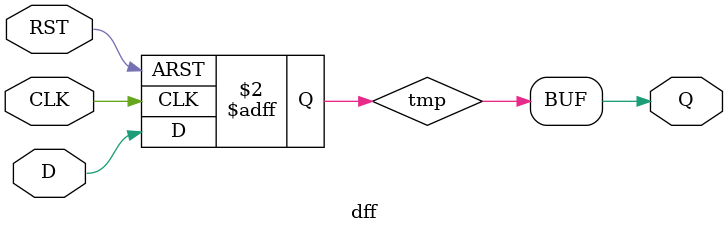
<source format=v>
module dff ( D, Q, CLK, RST );
  input D, CLK, RST;
  output Q;

  reg tmp;
  always @( posedge RST or posedge CLK)
    begin
      if (RST) tmp <= 1'b0; else
               tmp <= D;
    end

  assign Q = tmp;
endmodule

</source>
